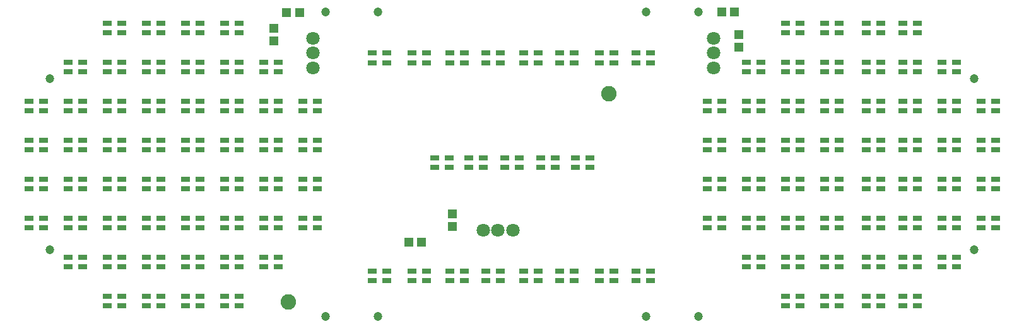
<source format=gbr>
G04 EAGLE Gerber RS-274X export*
G75*
%MOMM*%
%FSLAX34Y34*%
%LPD*%
%INSoldermask Top*%
%IPPOS*%
%AMOC8*
5,1,8,0,0,1.08239X$1,22.5*%
G01*
%ADD10C,1.203200*%
%ADD11C,1.803200*%
%ADD12R,1.203200X0.803200*%
%ADD13C,2.082800*%
%ADD14R,1.303200X1.203200*%
%ADD15R,1.203200X1.303200*%


D10*
X30000Y340000D03*
X30000Y110000D03*
X400000Y430000D03*
X400000Y20000D03*
X470000Y430000D03*
X470000Y20000D03*
X830000Y20000D03*
X830000Y430000D03*
X900000Y430000D03*
X900000Y20000D03*
X1270000Y110000D03*
X1270000Y340000D03*
D11*
X382400Y394700D03*
X382400Y374700D03*
X382400Y354700D03*
D12*
X264000Y415250D03*
X264000Y402250D03*
X283500Y402250D03*
X283500Y415250D03*
X54000Y362750D03*
X54000Y349750D03*
X73500Y349750D03*
X73500Y362750D03*
X211500Y415250D03*
X211500Y402250D03*
X231000Y402250D03*
X231000Y415250D03*
X159000Y415250D03*
X159000Y402250D03*
X178500Y402250D03*
X178500Y415250D03*
X106500Y415250D03*
X106500Y402250D03*
X126000Y402250D03*
X126000Y415250D03*
X316500Y362750D03*
X316500Y349750D03*
X336000Y349750D03*
X336000Y362750D03*
X264000Y362750D03*
X264000Y349750D03*
X283500Y349750D03*
X283500Y362750D03*
X211500Y362750D03*
X211500Y349750D03*
X231000Y349750D03*
X231000Y362750D03*
X159000Y362750D03*
X159000Y349750D03*
X178500Y349750D03*
X178500Y362750D03*
X106500Y362750D03*
X106500Y349750D03*
X126000Y349750D03*
X126000Y362750D03*
X369000Y310250D03*
X369000Y297250D03*
X388500Y297250D03*
X388500Y310250D03*
X316500Y310250D03*
X316500Y297250D03*
X336000Y297250D03*
X336000Y310250D03*
X264000Y310250D03*
X264000Y297250D03*
X283500Y297250D03*
X283500Y310250D03*
X211500Y310250D03*
X211500Y297250D03*
X231000Y297250D03*
X231000Y310250D03*
X159000Y310250D03*
X159000Y297250D03*
X178500Y297250D03*
X178500Y310250D03*
X106500Y310250D03*
X106500Y297250D03*
X126000Y297250D03*
X126000Y310250D03*
X54000Y310250D03*
X54000Y297250D03*
X73500Y297250D03*
X73500Y310250D03*
X1500Y310250D03*
X1500Y297250D03*
X21000Y297250D03*
X21000Y310250D03*
X369000Y257750D03*
X369000Y244750D03*
X388500Y244750D03*
X388500Y257750D03*
X316500Y257750D03*
X316500Y244750D03*
X336000Y244750D03*
X336000Y257750D03*
X264000Y257750D03*
X264000Y244750D03*
X283500Y244750D03*
X283500Y257750D03*
X211500Y257750D03*
X211500Y244750D03*
X231000Y244750D03*
X231000Y257750D03*
X159000Y257750D03*
X159000Y244750D03*
X178500Y244750D03*
X178500Y257750D03*
X106500Y257750D03*
X106500Y244750D03*
X126000Y244750D03*
X126000Y257750D03*
X54000Y257750D03*
X54000Y244750D03*
X73500Y244750D03*
X73500Y257750D03*
X1500Y257750D03*
X1500Y244750D03*
X21000Y244750D03*
X21000Y257750D03*
X369000Y205250D03*
X369000Y192250D03*
X388500Y192250D03*
X388500Y205250D03*
X316500Y205250D03*
X316500Y192250D03*
X336000Y192250D03*
X336000Y205250D03*
X264000Y205250D03*
X264000Y192250D03*
X283500Y192250D03*
X283500Y205250D03*
X211500Y205250D03*
X211500Y192250D03*
X231000Y192250D03*
X231000Y205250D03*
X159000Y205250D03*
X159000Y192250D03*
X178500Y192250D03*
X178500Y205250D03*
X106500Y205250D03*
X106500Y192250D03*
X126000Y192250D03*
X126000Y205250D03*
X54000Y205250D03*
X54000Y192250D03*
X73500Y192250D03*
X73500Y205250D03*
X1500Y205250D03*
X1500Y192250D03*
X21000Y192250D03*
X21000Y205250D03*
X369000Y152750D03*
X369000Y139750D03*
X388500Y139750D03*
X388500Y152750D03*
X316500Y152750D03*
X316500Y139750D03*
X336000Y139750D03*
X336000Y152750D03*
X264000Y152750D03*
X264000Y139750D03*
X283500Y139750D03*
X283500Y152750D03*
X211500Y152750D03*
X211500Y139750D03*
X231000Y139750D03*
X231000Y152750D03*
X159000Y152750D03*
X159000Y139750D03*
X178500Y139750D03*
X178500Y152750D03*
X106500Y152750D03*
X106500Y139750D03*
X126000Y139750D03*
X126000Y152750D03*
X54000Y152750D03*
X54000Y139750D03*
X73500Y139750D03*
X73500Y152750D03*
X1500Y152750D03*
X1500Y139750D03*
X21000Y139750D03*
X21000Y152750D03*
X316500Y100250D03*
X316500Y87250D03*
X336000Y87250D03*
X336000Y100250D03*
X264000Y100250D03*
X264000Y87250D03*
X283500Y87250D03*
X283500Y100250D03*
X211500Y100250D03*
X211500Y87250D03*
X231000Y87250D03*
X231000Y100250D03*
X159000Y100250D03*
X159000Y87250D03*
X178500Y87250D03*
X178500Y100250D03*
X106500Y100250D03*
X106500Y87250D03*
X126000Y87250D03*
X126000Y100250D03*
X54000Y100250D03*
X54000Y87250D03*
X73500Y87250D03*
X73500Y100250D03*
X264000Y47750D03*
X264000Y34750D03*
X283500Y34750D03*
X283500Y47750D03*
X211500Y47750D03*
X211500Y34750D03*
X231000Y34750D03*
X231000Y47750D03*
X159000Y47750D03*
X159000Y34750D03*
X178500Y34750D03*
X178500Y47750D03*
X106500Y47750D03*
X106500Y34750D03*
X126000Y34750D03*
X126000Y47750D03*
X481720Y68688D03*
X481720Y81688D03*
X462220Y81688D03*
X462220Y68688D03*
X535060Y68688D03*
X535060Y81688D03*
X515560Y81688D03*
X515560Y68688D03*
X585860Y68688D03*
X585860Y81688D03*
X566360Y81688D03*
X566360Y68688D03*
X634120Y68688D03*
X634120Y81688D03*
X614620Y81688D03*
X614620Y68688D03*
X684920Y68688D03*
X684920Y81688D03*
X665420Y81688D03*
X665420Y68688D03*
X733180Y68688D03*
X733180Y81688D03*
X713680Y81688D03*
X713680Y68688D03*
X786520Y68688D03*
X786520Y81688D03*
X767020Y81688D03*
X767020Y68688D03*
X836050Y68688D03*
X836050Y81688D03*
X816550Y81688D03*
X816550Y68688D03*
X546040Y233750D03*
X546040Y220750D03*
X565540Y220750D03*
X565540Y233750D03*
X591760Y233750D03*
X591760Y220750D03*
X611260Y220750D03*
X611260Y233750D03*
X640020Y233750D03*
X640020Y220750D03*
X659520Y220750D03*
X659520Y233750D03*
X688280Y233750D03*
X688280Y220750D03*
X707780Y220750D03*
X707780Y233750D03*
X735270Y233750D03*
X735270Y220750D03*
X754770Y220750D03*
X754770Y233750D03*
X481720Y361750D03*
X481720Y374750D03*
X462220Y374750D03*
X462220Y361750D03*
X535060Y361750D03*
X535060Y374750D03*
X515560Y374750D03*
X515560Y361750D03*
X585860Y361750D03*
X585860Y374750D03*
X566360Y374750D03*
X566360Y361750D03*
X634120Y361750D03*
X634120Y374750D03*
X614620Y374750D03*
X614620Y361750D03*
X684920Y361750D03*
X684920Y374750D03*
X665420Y374750D03*
X665420Y361750D03*
X733180Y361750D03*
X733180Y374750D03*
X713680Y374750D03*
X713680Y361750D03*
X786520Y361750D03*
X786520Y374750D03*
X767020Y374750D03*
X767020Y361750D03*
X836050Y361750D03*
X836050Y374750D03*
X816550Y374750D03*
X816550Y361750D03*
X1036000Y402250D03*
X1036000Y415250D03*
X1016500Y415250D03*
X1016500Y402250D03*
X1088500Y402250D03*
X1088500Y415250D03*
X1069000Y415250D03*
X1069000Y402250D03*
X1144550Y402250D03*
X1144550Y415250D03*
X1125050Y415250D03*
X1125050Y402250D03*
X1193500Y402250D03*
X1193500Y415250D03*
X1174000Y415250D03*
X1174000Y402250D03*
X983500Y349750D03*
X983500Y362750D03*
X964000Y362750D03*
X964000Y349750D03*
X1036000Y349750D03*
X1036000Y362750D03*
X1016500Y362750D03*
X1016500Y349750D03*
X1088500Y349750D03*
X1088500Y362750D03*
X1069000Y362750D03*
X1069000Y349750D03*
X1144550Y349750D03*
X1144550Y362750D03*
X1125050Y362750D03*
X1125050Y349750D03*
X1193500Y349750D03*
X1193500Y362750D03*
X1174000Y362750D03*
X1174000Y349750D03*
X1246000Y349750D03*
X1246000Y362750D03*
X1226500Y362750D03*
X1226500Y349750D03*
X931000Y297250D03*
X931000Y310250D03*
X911500Y310250D03*
X911500Y297250D03*
X983500Y297250D03*
X983500Y310250D03*
X964000Y310250D03*
X964000Y297250D03*
X1036000Y297250D03*
X1036000Y310250D03*
X1016500Y310250D03*
X1016500Y297250D03*
X1088500Y297250D03*
X1088500Y310250D03*
X1069000Y310250D03*
X1069000Y297250D03*
X1144550Y297250D03*
X1144550Y310250D03*
X1125050Y310250D03*
X1125050Y297250D03*
X1193500Y297250D03*
X1193500Y310250D03*
X1174000Y310250D03*
X1174000Y297250D03*
X1246000Y297250D03*
X1246000Y310250D03*
X1226500Y310250D03*
X1226500Y297250D03*
X1298500Y297250D03*
X1298500Y310250D03*
X1279000Y310250D03*
X1279000Y297250D03*
X931000Y244750D03*
X931000Y257750D03*
X911500Y257750D03*
X911500Y244750D03*
X983500Y244750D03*
X983500Y257750D03*
X964000Y257750D03*
X964000Y244750D03*
X1036000Y244750D03*
X1036000Y257750D03*
X1016500Y257750D03*
X1016500Y244750D03*
X1088500Y244750D03*
X1088500Y257750D03*
X1069000Y257750D03*
X1069000Y244750D03*
X1144550Y244750D03*
X1144550Y257750D03*
X1125050Y257750D03*
X1125050Y244750D03*
X1193500Y244750D03*
X1193500Y257750D03*
X1174000Y257750D03*
X1174000Y244750D03*
X1246000Y244750D03*
X1246000Y257750D03*
X1226500Y257750D03*
X1226500Y244750D03*
X1298500Y244750D03*
X1298500Y257750D03*
X1279000Y257750D03*
X1279000Y244750D03*
X931000Y192250D03*
X931000Y205250D03*
X911500Y205250D03*
X911500Y192250D03*
X983500Y192250D03*
X983500Y205250D03*
X964000Y205250D03*
X964000Y192250D03*
X1036000Y192250D03*
X1036000Y205250D03*
X1016500Y205250D03*
X1016500Y192250D03*
X1088500Y192250D03*
X1088500Y205250D03*
X1069000Y205250D03*
X1069000Y192250D03*
X1144550Y192250D03*
X1144550Y205250D03*
X1125050Y205250D03*
X1125050Y192250D03*
X1193500Y192250D03*
X1193500Y205250D03*
X1174000Y205250D03*
X1174000Y192250D03*
X1246000Y192250D03*
X1246000Y205250D03*
X1226500Y205250D03*
X1226500Y192250D03*
X1298500Y192250D03*
X1298500Y205250D03*
X1279000Y205250D03*
X1279000Y192250D03*
X931000Y139750D03*
X931000Y152750D03*
X911500Y152750D03*
X911500Y139750D03*
X983500Y139750D03*
X983500Y152750D03*
X964000Y152750D03*
X964000Y139750D03*
X1036000Y139750D03*
X1036000Y152750D03*
X1016500Y152750D03*
X1016500Y139750D03*
X1088500Y139750D03*
X1088500Y152750D03*
X1069000Y152750D03*
X1069000Y139750D03*
X1144550Y139750D03*
X1144550Y152750D03*
X1125050Y152750D03*
X1125050Y139750D03*
X1193500Y139750D03*
X1193500Y152750D03*
X1174000Y152750D03*
X1174000Y139750D03*
X1246000Y139750D03*
X1246000Y152750D03*
X1226500Y152750D03*
X1226500Y139750D03*
X1298500Y139750D03*
X1298500Y152750D03*
X1279000Y152750D03*
X1279000Y139750D03*
X983500Y87250D03*
X983500Y100250D03*
X964000Y100250D03*
X964000Y87250D03*
X1036000Y87250D03*
X1036000Y100250D03*
X1016500Y100250D03*
X1016500Y87250D03*
X1088500Y87250D03*
X1088500Y100250D03*
X1069000Y100250D03*
X1069000Y87250D03*
X1144550Y87250D03*
X1144550Y100250D03*
X1125050Y100250D03*
X1125050Y87250D03*
X1193500Y87250D03*
X1193500Y100250D03*
X1174000Y100250D03*
X1174000Y87250D03*
X1246000Y87250D03*
X1246000Y100250D03*
X1226500Y100250D03*
X1226500Y87250D03*
X1036000Y34750D03*
X1036000Y47750D03*
X1016500Y47750D03*
X1016500Y34750D03*
X1088500Y34750D03*
X1088500Y47750D03*
X1069000Y47750D03*
X1069000Y34750D03*
X1144550Y34750D03*
X1144550Y47750D03*
X1125050Y47750D03*
X1125050Y34750D03*
X1193500Y34750D03*
X1193500Y47750D03*
X1174000Y47750D03*
X1174000Y34750D03*
D11*
X611000Y136500D03*
X631000Y136500D03*
X651000Y136500D03*
X920500Y355000D03*
X920500Y375000D03*
X920500Y395000D03*
D13*
X350000Y40000D03*
X780000Y320000D03*
D14*
X364500Y429000D03*
X347500Y429000D03*
X511500Y120000D03*
X528500Y120000D03*
X948500Y430000D03*
X931500Y430000D03*
D15*
X330000Y391500D03*
X330000Y408500D03*
X570000Y141500D03*
X570000Y158500D03*
X954000Y382500D03*
X954000Y399500D03*
M02*

</source>
